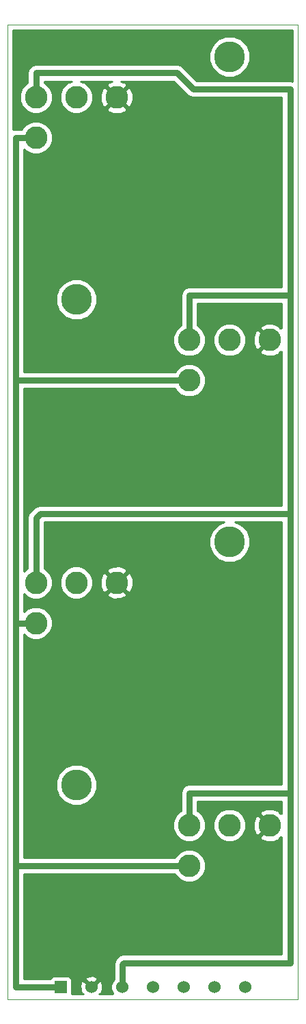
<source format=gtl>
G04 (created by PCBNEW (2013-07-07 BZR 4022)-stable) date 10/26/2015 6:46:51 PM*
%MOIN*%
G04 Gerber Fmt 3.4, Leading zero omitted, Abs format*
%FSLAX34Y34*%
G01*
G70*
G90*
G04 APERTURE LIST*
%ADD10C,0.00590551*%
%ADD11C,0.00393701*%
%ADD12C,0.15*%
%ADD13C,0.110236*%
%ADD14R,0.06X0.06*%
%ADD15C,0.06*%
%ADD16C,0.0314961*%
%ADD17C,0.01*%
G04 APERTURE END LIST*
G54D10*
G54D11*
X74606Y-93110D02*
X74803Y-93110D01*
X74606Y-45669D02*
X74606Y-93110D01*
X74803Y-45669D02*
X74606Y-45669D01*
X74803Y-45669D02*
X88582Y-45669D01*
X88779Y-93110D02*
X88582Y-93110D01*
X88779Y-45669D02*
X88779Y-93110D01*
X88582Y-45669D02*
X88779Y-45669D01*
X74803Y-93110D02*
X88582Y-93110D01*
G54D12*
X85433Y-70866D03*
X77952Y-59055D03*
X77952Y-82677D03*
X85433Y-47244D03*
G54D13*
X77952Y-49212D03*
X79921Y-49212D03*
X75984Y-49212D03*
X75984Y-51181D03*
X77952Y-72834D03*
X79921Y-72834D03*
X75984Y-72834D03*
X75984Y-74803D03*
X85433Y-61023D03*
X87401Y-61023D03*
X83464Y-61023D03*
X83464Y-62992D03*
X85433Y-84645D03*
X87401Y-84645D03*
X83464Y-84645D03*
X83464Y-86614D03*
G54D14*
X77192Y-92519D03*
G54D15*
X78692Y-92519D03*
X80192Y-92519D03*
X81692Y-92519D03*
X83192Y-92519D03*
X84692Y-92519D03*
X86192Y-92519D03*
G54D16*
X75984Y-72834D02*
X75984Y-69685D01*
X76181Y-69488D02*
X88385Y-69488D01*
X75984Y-69685D02*
X76181Y-69488D01*
X75984Y-49212D02*
X75984Y-48031D01*
X88385Y-48818D02*
X88385Y-58858D01*
X83661Y-48818D02*
X88385Y-48818D01*
X82874Y-48031D02*
X83661Y-48818D01*
X75984Y-48031D02*
X82874Y-48031D01*
X80192Y-92519D02*
X80192Y-91413D01*
X88385Y-91338D02*
X88385Y-83070D01*
X80267Y-91338D02*
X88385Y-91338D01*
X80192Y-91413D02*
X80267Y-91338D01*
X83464Y-84645D02*
X83464Y-83070D01*
X83464Y-58858D02*
X83464Y-61023D01*
X88385Y-58858D02*
X83464Y-58858D01*
X88385Y-83070D02*
X88385Y-69488D01*
X88385Y-69488D02*
X88385Y-58858D01*
X83464Y-83070D02*
X88385Y-83070D01*
X83464Y-62992D02*
X75000Y-62992D01*
X83464Y-86614D02*
X75000Y-86614D01*
X75000Y-74803D02*
X75000Y-86614D01*
X75000Y-86614D02*
X75000Y-92519D01*
X75000Y-92519D02*
X77192Y-92519D01*
X75984Y-51181D02*
X75000Y-51181D01*
X75000Y-74803D02*
X75984Y-74803D01*
X75000Y-51181D02*
X75000Y-62992D01*
X75000Y-62992D02*
X75000Y-74803D01*
G54D10*
G36*
X87978Y-90931D02*
X87898Y-90931D01*
X86234Y-90931D01*
X86234Y-84487D01*
X86112Y-84192D01*
X85887Y-83966D01*
X85593Y-83844D01*
X85274Y-83844D01*
X84979Y-83966D01*
X84754Y-84191D01*
X84632Y-84485D01*
X84631Y-84804D01*
X84753Y-85098D01*
X84978Y-85324D01*
X85273Y-85446D01*
X85591Y-85446D01*
X85886Y-85325D01*
X86111Y-85100D01*
X86234Y-84805D01*
X86234Y-84487D01*
X86234Y-90931D01*
X80267Y-90931D01*
X80111Y-90962D01*
X79979Y-91050D01*
X79979Y-91050D01*
X79904Y-91125D01*
X79816Y-91257D01*
X79785Y-91413D01*
X79785Y-91413D01*
X79785Y-92149D01*
X79726Y-92207D01*
X79643Y-92409D01*
X79642Y-92628D01*
X79726Y-92830D01*
X79736Y-92840D01*
X79247Y-92840D01*
X79084Y-92840D01*
X79078Y-92834D01*
X79174Y-92807D01*
X79247Y-92601D01*
X79236Y-92382D01*
X79174Y-92231D01*
X79078Y-92204D01*
X79008Y-92275D01*
X79008Y-92133D01*
X78980Y-92038D01*
X78774Y-91964D01*
X78556Y-91975D01*
X78405Y-92038D01*
X78377Y-92133D01*
X78692Y-92448D01*
X79008Y-92133D01*
X79008Y-92275D01*
X78763Y-92519D01*
X78769Y-92525D01*
X78698Y-92595D01*
X78692Y-92590D01*
X78687Y-92595D01*
X78622Y-92530D01*
X78616Y-92525D01*
X78622Y-92519D01*
X78307Y-92204D01*
X78211Y-92231D01*
X78138Y-92437D01*
X78149Y-92656D01*
X78211Y-92807D01*
X78307Y-92834D01*
X78301Y-92840D01*
X77742Y-92840D01*
X77742Y-92770D01*
X77742Y-92170D01*
X77704Y-92078D01*
X77634Y-92007D01*
X77542Y-91969D01*
X77443Y-91969D01*
X76843Y-91969D01*
X76751Y-92007D01*
X76681Y-92077D01*
X76666Y-92112D01*
X75407Y-92112D01*
X75407Y-87021D01*
X82766Y-87021D01*
X82784Y-87067D01*
X83010Y-87292D01*
X83304Y-87415D01*
X83623Y-87415D01*
X83917Y-87293D01*
X84143Y-87068D01*
X84265Y-86774D01*
X84265Y-86455D01*
X84144Y-86160D01*
X83918Y-85935D01*
X83624Y-85813D01*
X83305Y-85812D01*
X83011Y-85934D01*
X82785Y-86159D01*
X82766Y-86206D01*
X80725Y-86206D01*
X80725Y-72976D01*
X80718Y-72657D01*
X80610Y-72395D01*
X80488Y-72337D01*
X80418Y-72408D01*
X80418Y-72267D01*
X80360Y-72145D01*
X80062Y-72030D01*
X79744Y-72037D01*
X79482Y-72145D01*
X79424Y-72267D01*
X79921Y-72763D01*
X80418Y-72267D01*
X80418Y-72408D01*
X79991Y-72834D01*
X80488Y-73331D01*
X80610Y-73273D01*
X80725Y-72976D01*
X80725Y-86206D01*
X80418Y-86206D01*
X80418Y-73402D01*
X79921Y-72905D01*
X79850Y-72976D01*
X79850Y-72834D01*
X79353Y-72337D01*
X79232Y-72395D01*
X79116Y-72692D01*
X79123Y-73011D01*
X79232Y-73273D01*
X79353Y-73331D01*
X79850Y-72834D01*
X79850Y-72976D01*
X79424Y-73402D01*
X79482Y-73523D01*
X79779Y-73639D01*
X80098Y-73632D01*
X80360Y-73523D01*
X80418Y-73402D01*
X80418Y-86206D01*
X78952Y-86206D01*
X78952Y-82479D01*
X78801Y-82111D01*
X78754Y-82064D01*
X78754Y-72675D01*
X78632Y-72381D01*
X78407Y-72155D01*
X78112Y-72033D01*
X77794Y-72033D01*
X77499Y-72155D01*
X77273Y-72380D01*
X77151Y-72674D01*
X77151Y-72993D01*
X77273Y-73287D01*
X77498Y-73513D01*
X77792Y-73635D01*
X78111Y-73635D01*
X78405Y-73514D01*
X78631Y-73289D01*
X78753Y-72994D01*
X78754Y-72675D01*
X78754Y-82064D01*
X78519Y-81829D01*
X78152Y-81677D01*
X77754Y-81676D01*
X77387Y-81828D01*
X77105Y-82109D01*
X76952Y-82477D01*
X76952Y-82875D01*
X77104Y-83242D01*
X77385Y-83524D01*
X77752Y-83676D01*
X78150Y-83677D01*
X78518Y-83525D01*
X78800Y-83244D01*
X78952Y-82876D01*
X78952Y-82479D01*
X78952Y-86206D01*
X75407Y-86206D01*
X75407Y-75359D01*
X75529Y-75481D01*
X75824Y-75604D01*
X76142Y-75604D01*
X76437Y-75482D01*
X76663Y-75257D01*
X76785Y-74963D01*
X76785Y-74644D01*
X76663Y-74349D01*
X76438Y-74124D01*
X76144Y-74002D01*
X75825Y-74001D01*
X75531Y-74123D01*
X75407Y-74246D01*
X75407Y-73390D01*
X75529Y-73513D01*
X75824Y-73635D01*
X76142Y-73635D01*
X76437Y-73514D01*
X76663Y-73289D01*
X76785Y-72994D01*
X76785Y-72675D01*
X76663Y-72381D01*
X76438Y-72155D01*
X76391Y-72136D01*
X76391Y-69895D01*
X85163Y-69895D01*
X84867Y-70017D01*
X84585Y-70298D01*
X84433Y-70666D01*
X84432Y-71064D01*
X84584Y-71431D01*
X84865Y-71713D01*
X85233Y-71865D01*
X85631Y-71866D01*
X85998Y-71714D01*
X86280Y-71433D01*
X86432Y-71065D01*
X86433Y-70668D01*
X86281Y-70300D01*
X86000Y-70018D01*
X85703Y-69895D01*
X87978Y-69895D01*
X87978Y-82663D01*
X83464Y-82663D01*
X83308Y-82694D01*
X83176Y-82782D01*
X83088Y-82914D01*
X83057Y-83070D01*
X83057Y-83947D01*
X83011Y-83966D01*
X82785Y-84191D01*
X82663Y-84485D01*
X82663Y-84804D01*
X82784Y-85098D01*
X83010Y-85324D01*
X83304Y-85446D01*
X83623Y-85446D01*
X83917Y-85325D01*
X84143Y-85100D01*
X84265Y-84805D01*
X84265Y-84487D01*
X84144Y-84192D01*
X83918Y-83966D01*
X83872Y-83947D01*
X83872Y-83478D01*
X87978Y-83478D01*
X87978Y-84068D01*
X87943Y-84033D01*
X87898Y-84078D01*
X87840Y-83956D01*
X87543Y-83841D01*
X87224Y-83848D01*
X86962Y-83956D01*
X86904Y-84078D01*
X87401Y-84574D01*
X87407Y-84569D01*
X87477Y-84640D01*
X87472Y-84645D01*
X87477Y-84651D01*
X87407Y-84721D01*
X87401Y-84716D01*
X87330Y-84787D01*
X87330Y-84645D01*
X86833Y-84148D01*
X86712Y-84206D01*
X86597Y-84503D01*
X86604Y-84822D01*
X86712Y-85084D01*
X86833Y-85142D01*
X87330Y-84645D01*
X87330Y-84787D01*
X86904Y-85213D01*
X86962Y-85334D01*
X87259Y-85450D01*
X87578Y-85443D01*
X87840Y-85334D01*
X87898Y-85213D01*
X87898Y-85213D01*
X87943Y-85257D01*
X87978Y-85222D01*
X87978Y-90931D01*
X87978Y-90931D01*
G37*
G54D17*
X87978Y-90931D02*
X87898Y-90931D01*
X86234Y-90931D01*
X86234Y-84487D01*
X86112Y-84192D01*
X85887Y-83966D01*
X85593Y-83844D01*
X85274Y-83844D01*
X84979Y-83966D01*
X84754Y-84191D01*
X84632Y-84485D01*
X84631Y-84804D01*
X84753Y-85098D01*
X84978Y-85324D01*
X85273Y-85446D01*
X85591Y-85446D01*
X85886Y-85325D01*
X86111Y-85100D01*
X86234Y-84805D01*
X86234Y-84487D01*
X86234Y-90931D01*
X80267Y-90931D01*
X80111Y-90962D01*
X79979Y-91050D01*
X79979Y-91050D01*
X79904Y-91125D01*
X79816Y-91257D01*
X79785Y-91413D01*
X79785Y-91413D01*
X79785Y-92149D01*
X79726Y-92207D01*
X79643Y-92409D01*
X79642Y-92628D01*
X79726Y-92830D01*
X79736Y-92840D01*
X79247Y-92840D01*
X79084Y-92840D01*
X79078Y-92834D01*
X79174Y-92807D01*
X79247Y-92601D01*
X79236Y-92382D01*
X79174Y-92231D01*
X79078Y-92204D01*
X79008Y-92275D01*
X79008Y-92133D01*
X78980Y-92038D01*
X78774Y-91964D01*
X78556Y-91975D01*
X78405Y-92038D01*
X78377Y-92133D01*
X78692Y-92448D01*
X79008Y-92133D01*
X79008Y-92275D01*
X78763Y-92519D01*
X78769Y-92525D01*
X78698Y-92595D01*
X78692Y-92590D01*
X78687Y-92595D01*
X78622Y-92530D01*
X78616Y-92525D01*
X78622Y-92519D01*
X78307Y-92204D01*
X78211Y-92231D01*
X78138Y-92437D01*
X78149Y-92656D01*
X78211Y-92807D01*
X78307Y-92834D01*
X78301Y-92840D01*
X77742Y-92840D01*
X77742Y-92770D01*
X77742Y-92170D01*
X77704Y-92078D01*
X77634Y-92007D01*
X77542Y-91969D01*
X77443Y-91969D01*
X76843Y-91969D01*
X76751Y-92007D01*
X76681Y-92077D01*
X76666Y-92112D01*
X75407Y-92112D01*
X75407Y-87021D01*
X82766Y-87021D01*
X82784Y-87067D01*
X83010Y-87292D01*
X83304Y-87415D01*
X83623Y-87415D01*
X83917Y-87293D01*
X84143Y-87068D01*
X84265Y-86774D01*
X84265Y-86455D01*
X84144Y-86160D01*
X83918Y-85935D01*
X83624Y-85813D01*
X83305Y-85812D01*
X83011Y-85934D01*
X82785Y-86159D01*
X82766Y-86206D01*
X80725Y-86206D01*
X80725Y-72976D01*
X80718Y-72657D01*
X80610Y-72395D01*
X80488Y-72337D01*
X80418Y-72408D01*
X80418Y-72267D01*
X80360Y-72145D01*
X80062Y-72030D01*
X79744Y-72037D01*
X79482Y-72145D01*
X79424Y-72267D01*
X79921Y-72763D01*
X80418Y-72267D01*
X80418Y-72408D01*
X79991Y-72834D01*
X80488Y-73331D01*
X80610Y-73273D01*
X80725Y-72976D01*
X80725Y-86206D01*
X80418Y-86206D01*
X80418Y-73402D01*
X79921Y-72905D01*
X79850Y-72976D01*
X79850Y-72834D01*
X79353Y-72337D01*
X79232Y-72395D01*
X79116Y-72692D01*
X79123Y-73011D01*
X79232Y-73273D01*
X79353Y-73331D01*
X79850Y-72834D01*
X79850Y-72976D01*
X79424Y-73402D01*
X79482Y-73523D01*
X79779Y-73639D01*
X80098Y-73632D01*
X80360Y-73523D01*
X80418Y-73402D01*
X80418Y-86206D01*
X78952Y-86206D01*
X78952Y-82479D01*
X78801Y-82111D01*
X78754Y-82064D01*
X78754Y-72675D01*
X78632Y-72381D01*
X78407Y-72155D01*
X78112Y-72033D01*
X77794Y-72033D01*
X77499Y-72155D01*
X77273Y-72380D01*
X77151Y-72674D01*
X77151Y-72993D01*
X77273Y-73287D01*
X77498Y-73513D01*
X77792Y-73635D01*
X78111Y-73635D01*
X78405Y-73514D01*
X78631Y-73289D01*
X78753Y-72994D01*
X78754Y-72675D01*
X78754Y-82064D01*
X78519Y-81829D01*
X78152Y-81677D01*
X77754Y-81676D01*
X77387Y-81828D01*
X77105Y-82109D01*
X76952Y-82477D01*
X76952Y-82875D01*
X77104Y-83242D01*
X77385Y-83524D01*
X77752Y-83676D01*
X78150Y-83677D01*
X78518Y-83525D01*
X78800Y-83244D01*
X78952Y-82876D01*
X78952Y-82479D01*
X78952Y-86206D01*
X75407Y-86206D01*
X75407Y-75359D01*
X75529Y-75481D01*
X75824Y-75604D01*
X76142Y-75604D01*
X76437Y-75482D01*
X76663Y-75257D01*
X76785Y-74963D01*
X76785Y-74644D01*
X76663Y-74349D01*
X76438Y-74124D01*
X76144Y-74002D01*
X75825Y-74001D01*
X75531Y-74123D01*
X75407Y-74246D01*
X75407Y-73390D01*
X75529Y-73513D01*
X75824Y-73635D01*
X76142Y-73635D01*
X76437Y-73514D01*
X76663Y-73289D01*
X76785Y-72994D01*
X76785Y-72675D01*
X76663Y-72381D01*
X76438Y-72155D01*
X76391Y-72136D01*
X76391Y-69895D01*
X85163Y-69895D01*
X84867Y-70017D01*
X84585Y-70298D01*
X84433Y-70666D01*
X84432Y-71064D01*
X84584Y-71431D01*
X84865Y-71713D01*
X85233Y-71865D01*
X85631Y-71866D01*
X85998Y-71714D01*
X86280Y-71433D01*
X86432Y-71065D01*
X86433Y-70668D01*
X86281Y-70300D01*
X86000Y-70018D01*
X85703Y-69895D01*
X87978Y-69895D01*
X87978Y-82663D01*
X83464Y-82663D01*
X83308Y-82694D01*
X83176Y-82782D01*
X83088Y-82914D01*
X83057Y-83070D01*
X83057Y-83947D01*
X83011Y-83966D01*
X82785Y-84191D01*
X82663Y-84485D01*
X82663Y-84804D01*
X82784Y-85098D01*
X83010Y-85324D01*
X83304Y-85446D01*
X83623Y-85446D01*
X83917Y-85325D01*
X84143Y-85100D01*
X84265Y-84805D01*
X84265Y-84487D01*
X84144Y-84192D01*
X83918Y-83966D01*
X83872Y-83947D01*
X83872Y-83478D01*
X87978Y-83478D01*
X87978Y-84068D01*
X87943Y-84033D01*
X87898Y-84078D01*
X87840Y-83956D01*
X87543Y-83841D01*
X87224Y-83848D01*
X86962Y-83956D01*
X86904Y-84078D01*
X87401Y-84574D01*
X87407Y-84569D01*
X87477Y-84640D01*
X87472Y-84645D01*
X87477Y-84651D01*
X87407Y-84721D01*
X87401Y-84716D01*
X87330Y-84787D01*
X87330Y-84645D01*
X86833Y-84148D01*
X86712Y-84206D01*
X86597Y-84503D01*
X86604Y-84822D01*
X86712Y-85084D01*
X86833Y-85142D01*
X87330Y-84645D01*
X87330Y-84787D01*
X86904Y-85213D01*
X86962Y-85334D01*
X87259Y-85450D01*
X87578Y-85443D01*
X87840Y-85334D01*
X87898Y-85213D01*
X87898Y-85213D01*
X87943Y-85257D01*
X87978Y-85222D01*
X87978Y-90931D01*
G54D10*
G36*
X88509Y-48436D02*
X88385Y-48411D01*
X86433Y-48411D01*
X86433Y-47046D01*
X86281Y-46678D01*
X86000Y-46396D01*
X85632Y-46244D01*
X85235Y-46243D01*
X84867Y-46395D01*
X84585Y-46676D01*
X84433Y-47044D01*
X84432Y-47442D01*
X84584Y-47809D01*
X84865Y-48091D01*
X85233Y-48243D01*
X85631Y-48244D01*
X85998Y-48092D01*
X86280Y-47811D01*
X86432Y-47443D01*
X86433Y-47046D01*
X86433Y-48411D01*
X83830Y-48411D01*
X83162Y-47743D01*
X83029Y-47655D01*
X82874Y-47624D01*
X82874Y-47624D01*
X75984Y-47624D01*
X75828Y-47655D01*
X75696Y-47743D01*
X75607Y-47875D01*
X75576Y-48031D01*
X75576Y-48514D01*
X75531Y-48532D01*
X75305Y-48758D01*
X75183Y-49052D01*
X75182Y-49371D01*
X75304Y-49665D01*
X75529Y-49891D01*
X75824Y-50013D01*
X76142Y-50013D01*
X76437Y-49892D01*
X76663Y-49667D01*
X76785Y-49372D01*
X76785Y-49053D01*
X76663Y-48759D01*
X76438Y-48533D01*
X76391Y-48514D01*
X76391Y-48438D01*
X77727Y-48438D01*
X77499Y-48532D01*
X77273Y-48758D01*
X77151Y-49052D01*
X77151Y-49371D01*
X77273Y-49665D01*
X77498Y-49891D01*
X77792Y-50013D01*
X78111Y-50013D01*
X78405Y-49892D01*
X78631Y-49667D01*
X78753Y-49372D01*
X78754Y-49053D01*
X78632Y-48759D01*
X78407Y-48533D01*
X78178Y-48438D01*
X79686Y-48438D01*
X79482Y-48523D01*
X79424Y-48644D01*
X79921Y-49141D01*
X80418Y-48644D01*
X80360Y-48523D01*
X80142Y-48438D01*
X82705Y-48438D01*
X83373Y-49107D01*
X83373Y-49107D01*
X83505Y-49195D01*
X83661Y-49226D01*
X83661Y-49226D01*
X83661Y-49226D01*
X87978Y-49226D01*
X87978Y-58450D01*
X83464Y-58450D01*
X83308Y-58481D01*
X83176Y-58570D01*
X83088Y-58702D01*
X83057Y-58858D01*
X83057Y-60325D01*
X83011Y-60344D01*
X82785Y-60569D01*
X82663Y-60863D01*
X82663Y-61182D01*
X82784Y-61476D01*
X83010Y-61702D01*
X83304Y-61824D01*
X83623Y-61824D01*
X83917Y-61703D01*
X84143Y-61478D01*
X84265Y-61183D01*
X84265Y-60864D01*
X84144Y-60570D01*
X83918Y-60344D01*
X83872Y-60325D01*
X83872Y-59265D01*
X87978Y-59265D01*
X87978Y-60446D01*
X87943Y-60411D01*
X87898Y-60456D01*
X87840Y-60334D01*
X87543Y-60219D01*
X87224Y-60226D01*
X86962Y-60334D01*
X86904Y-60456D01*
X87401Y-60952D01*
X87407Y-60947D01*
X87477Y-61018D01*
X87472Y-61023D01*
X87477Y-61029D01*
X87407Y-61099D01*
X87401Y-61094D01*
X87330Y-61165D01*
X87330Y-61023D01*
X86833Y-60526D01*
X86712Y-60584D01*
X86597Y-60881D01*
X86604Y-61200D01*
X86712Y-61462D01*
X86833Y-61520D01*
X87330Y-61023D01*
X87330Y-61165D01*
X86904Y-61591D01*
X86962Y-61712D01*
X87259Y-61828D01*
X87578Y-61821D01*
X87840Y-61712D01*
X87898Y-61591D01*
X87898Y-61591D01*
X87943Y-61635D01*
X87978Y-61600D01*
X87978Y-69080D01*
X87898Y-69080D01*
X86234Y-69080D01*
X86234Y-60864D01*
X86112Y-60570D01*
X85887Y-60344D01*
X85593Y-60222D01*
X85274Y-60222D01*
X84979Y-60344D01*
X84754Y-60569D01*
X84632Y-60863D01*
X84631Y-61182D01*
X84753Y-61476D01*
X84978Y-61702D01*
X85273Y-61824D01*
X85591Y-61824D01*
X85886Y-61703D01*
X86111Y-61478D01*
X86234Y-61183D01*
X86234Y-60864D01*
X86234Y-69080D01*
X76181Y-69080D01*
X76181Y-69080D01*
X76150Y-69086D01*
X76025Y-69111D01*
X75892Y-69200D01*
X75892Y-69200D01*
X75696Y-69396D01*
X75607Y-69529D01*
X75576Y-69685D01*
X75576Y-69685D01*
X75576Y-72136D01*
X75531Y-72155D01*
X75407Y-72278D01*
X75407Y-63399D01*
X82766Y-63399D01*
X82784Y-63445D01*
X83010Y-63670D01*
X83304Y-63793D01*
X83623Y-63793D01*
X83917Y-63671D01*
X84143Y-63446D01*
X84265Y-63152D01*
X84265Y-62833D01*
X84144Y-62538D01*
X83918Y-62313D01*
X83624Y-62191D01*
X83305Y-62190D01*
X83011Y-62312D01*
X82785Y-62537D01*
X82766Y-62584D01*
X80725Y-62584D01*
X80725Y-49354D01*
X80718Y-49035D01*
X80610Y-48773D01*
X80488Y-48715D01*
X79991Y-49212D01*
X80488Y-49709D01*
X80610Y-49651D01*
X80725Y-49354D01*
X80725Y-62584D01*
X80418Y-62584D01*
X80418Y-49780D01*
X79921Y-49283D01*
X79850Y-49354D01*
X79850Y-49212D01*
X79353Y-48715D01*
X79232Y-48773D01*
X79116Y-49070D01*
X79123Y-49389D01*
X79232Y-49651D01*
X79353Y-49709D01*
X79850Y-49212D01*
X79850Y-49354D01*
X79424Y-49780D01*
X79482Y-49901D01*
X79779Y-50017D01*
X80098Y-50010D01*
X80360Y-49901D01*
X80418Y-49780D01*
X80418Y-62584D01*
X78952Y-62584D01*
X78952Y-58857D01*
X78801Y-58489D01*
X78519Y-58207D01*
X78152Y-58055D01*
X77754Y-58054D01*
X77387Y-58206D01*
X77105Y-58487D01*
X76952Y-58855D01*
X76952Y-59253D01*
X77104Y-59620D01*
X77385Y-59902D01*
X77752Y-60054D01*
X78150Y-60055D01*
X78518Y-59903D01*
X78800Y-59622D01*
X78952Y-59254D01*
X78952Y-58857D01*
X78952Y-62584D01*
X75407Y-62584D01*
X75407Y-51737D01*
X75529Y-51859D01*
X75824Y-51982D01*
X76142Y-51982D01*
X76437Y-51860D01*
X76663Y-51635D01*
X76785Y-51341D01*
X76785Y-51022D01*
X76663Y-50727D01*
X76438Y-50502D01*
X76144Y-50380D01*
X75825Y-50379D01*
X75531Y-50501D01*
X75305Y-50726D01*
X75285Y-50773D01*
X75000Y-50773D01*
X74875Y-50798D01*
X74875Y-45938D01*
X88509Y-45938D01*
X88509Y-48436D01*
X88509Y-48436D01*
G37*
G54D17*
X88509Y-48436D02*
X88385Y-48411D01*
X86433Y-48411D01*
X86433Y-47046D01*
X86281Y-46678D01*
X86000Y-46396D01*
X85632Y-46244D01*
X85235Y-46243D01*
X84867Y-46395D01*
X84585Y-46676D01*
X84433Y-47044D01*
X84432Y-47442D01*
X84584Y-47809D01*
X84865Y-48091D01*
X85233Y-48243D01*
X85631Y-48244D01*
X85998Y-48092D01*
X86280Y-47811D01*
X86432Y-47443D01*
X86433Y-47046D01*
X86433Y-48411D01*
X83830Y-48411D01*
X83162Y-47743D01*
X83029Y-47655D01*
X82874Y-47624D01*
X82874Y-47624D01*
X75984Y-47624D01*
X75828Y-47655D01*
X75696Y-47743D01*
X75607Y-47875D01*
X75576Y-48031D01*
X75576Y-48514D01*
X75531Y-48532D01*
X75305Y-48758D01*
X75183Y-49052D01*
X75182Y-49371D01*
X75304Y-49665D01*
X75529Y-49891D01*
X75824Y-50013D01*
X76142Y-50013D01*
X76437Y-49892D01*
X76663Y-49667D01*
X76785Y-49372D01*
X76785Y-49053D01*
X76663Y-48759D01*
X76438Y-48533D01*
X76391Y-48514D01*
X76391Y-48438D01*
X77727Y-48438D01*
X77499Y-48532D01*
X77273Y-48758D01*
X77151Y-49052D01*
X77151Y-49371D01*
X77273Y-49665D01*
X77498Y-49891D01*
X77792Y-50013D01*
X78111Y-50013D01*
X78405Y-49892D01*
X78631Y-49667D01*
X78753Y-49372D01*
X78754Y-49053D01*
X78632Y-48759D01*
X78407Y-48533D01*
X78178Y-48438D01*
X79686Y-48438D01*
X79482Y-48523D01*
X79424Y-48644D01*
X79921Y-49141D01*
X80418Y-48644D01*
X80360Y-48523D01*
X80142Y-48438D01*
X82705Y-48438D01*
X83373Y-49107D01*
X83373Y-49107D01*
X83505Y-49195D01*
X83661Y-49226D01*
X83661Y-49226D01*
X83661Y-49226D01*
X87978Y-49226D01*
X87978Y-58450D01*
X83464Y-58450D01*
X83308Y-58481D01*
X83176Y-58570D01*
X83088Y-58702D01*
X83057Y-58858D01*
X83057Y-60325D01*
X83011Y-60344D01*
X82785Y-60569D01*
X82663Y-60863D01*
X82663Y-61182D01*
X82784Y-61476D01*
X83010Y-61702D01*
X83304Y-61824D01*
X83623Y-61824D01*
X83917Y-61703D01*
X84143Y-61478D01*
X84265Y-61183D01*
X84265Y-60864D01*
X84144Y-60570D01*
X83918Y-60344D01*
X83872Y-60325D01*
X83872Y-59265D01*
X87978Y-59265D01*
X87978Y-60446D01*
X87943Y-60411D01*
X87898Y-60456D01*
X87840Y-60334D01*
X87543Y-60219D01*
X87224Y-60226D01*
X86962Y-60334D01*
X86904Y-60456D01*
X87401Y-60952D01*
X87407Y-60947D01*
X87477Y-61018D01*
X87472Y-61023D01*
X87477Y-61029D01*
X87407Y-61099D01*
X87401Y-61094D01*
X87330Y-61165D01*
X87330Y-61023D01*
X86833Y-60526D01*
X86712Y-60584D01*
X86597Y-60881D01*
X86604Y-61200D01*
X86712Y-61462D01*
X86833Y-61520D01*
X87330Y-61023D01*
X87330Y-61165D01*
X86904Y-61591D01*
X86962Y-61712D01*
X87259Y-61828D01*
X87578Y-61821D01*
X87840Y-61712D01*
X87898Y-61591D01*
X87898Y-61591D01*
X87943Y-61635D01*
X87978Y-61600D01*
X87978Y-69080D01*
X87898Y-69080D01*
X86234Y-69080D01*
X86234Y-60864D01*
X86112Y-60570D01*
X85887Y-60344D01*
X85593Y-60222D01*
X85274Y-60222D01*
X84979Y-60344D01*
X84754Y-60569D01*
X84632Y-60863D01*
X84631Y-61182D01*
X84753Y-61476D01*
X84978Y-61702D01*
X85273Y-61824D01*
X85591Y-61824D01*
X85886Y-61703D01*
X86111Y-61478D01*
X86234Y-61183D01*
X86234Y-60864D01*
X86234Y-69080D01*
X76181Y-69080D01*
X76181Y-69080D01*
X76150Y-69086D01*
X76025Y-69111D01*
X75892Y-69200D01*
X75892Y-69200D01*
X75696Y-69396D01*
X75607Y-69529D01*
X75576Y-69685D01*
X75576Y-69685D01*
X75576Y-72136D01*
X75531Y-72155D01*
X75407Y-72278D01*
X75407Y-63399D01*
X82766Y-63399D01*
X82784Y-63445D01*
X83010Y-63670D01*
X83304Y-63793D01*
X83623Y-63793D01*
X83917Y-63671D01*
X84143Y-63446D01*
X84265Y-63152D01*
X84265Y-62833D01*
X84144Y-62538D01*
X83918Y-62313D01*
X83624Y-62191D01*
X83305Y-62190D01*
X83011Y-62312D01*
X82785Y-62537D01*
X82766Y-62584D01*
X80725Y-62584D01*
X80725Y-49354D01*
X80718Y-49035D01*
X80610Y-48773D01*
X80488Y-48715D01*
X79991Y-49212D01*
X80488Y-49709D01*
X80610Y-49651D01*
X80725Y-49354D01*
X80725Y-62584D01*
X80418Y-62584D01*
X80418Y-49780D01*
X79921Y-49283D01*
X79850Y-49354D01*
X79850Y-49212D01*
X79353Y-48715D01*
X79232Y-48773D01*
X79116Y-49070D01*
X79123Y-49389D01*
X79232Y-49651D01*
X79353Y-49709D01*
X79850Y-49212D01*
X79850Y-49354D01*
X79424Y-49780D01*
X79482Y-49901D01*
X79779Y-50017D01*
X80098Y-50010D01*
X80360Y-49901D01*
X80418Y-49780D01*
X80418Y-62584D01*
X78952Y-62584D01*
X78952Y-58857D01*
X78801Y-58489D01*
X78519Y-58207D01*
X78152Y-58055D01*
X77754Y-58054D01*
X77387Y-58206D01*
X77105Y-58487D01*
X76952Y-58855D01*
X76952Y-59253D01*
X77104Y-59620D01*
X77385Y-59902D01*
X77752Y-60054D01*
X78150Y-60055D01*
X78518Y-59903D01*
X78800Y-59622D01*
X78952Y-59254D01*
X78952Y-58857D01*
X78952Y-62584D01*
X75407Y-62584D01*
X75407Y-51737D01*
X75529Y-51859D01*
X75824Y-51982D01*
X76142Y-51982D01*
X76437Y-51860D01*
X76663Y-51635D01*
X76785Y-51341D01*
X76785Y-51022D01*
X76663Y-50727D01*
X76438Y-50502D01*
X76144Y-50380D01*
X75825Y-50379D01*
X75531Y-50501D01*
X75305Y-50726D01*
X75285Y-50773D01*
X75000Y-50773D01*
X74875Y-50798D01*
X74875Y-45938D01*
X88509Y-45938D01*
X88509Y-48436D01*
M02*

</source>
